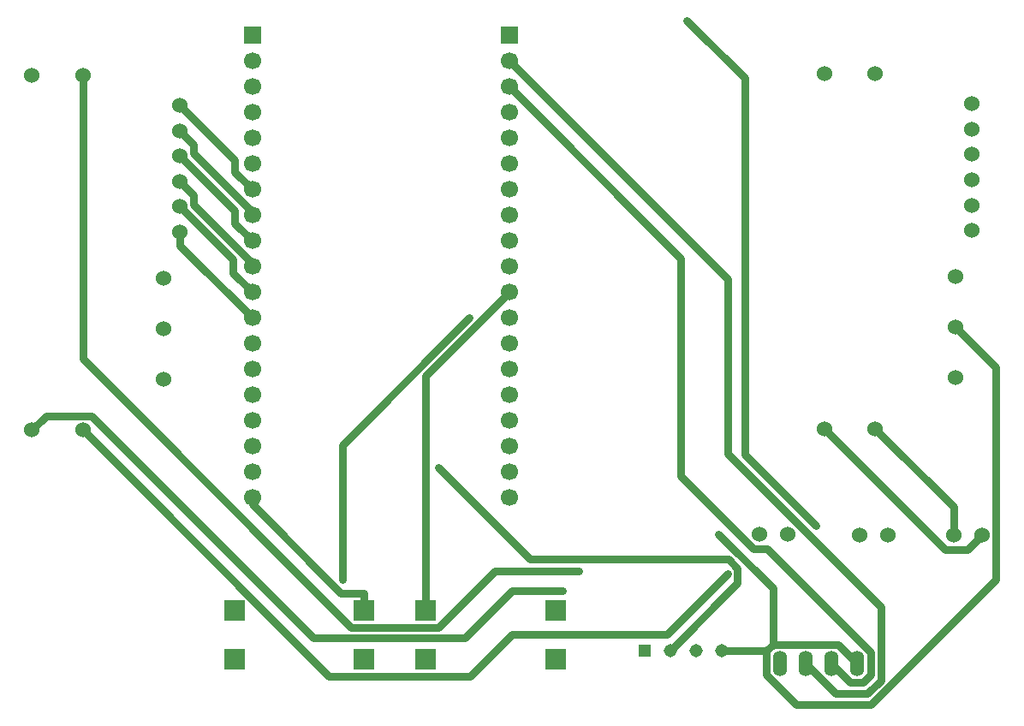
<source format=gbl>
G04 Layer: BottomLayer*
G04 EasyEDA v6.5.15, 2022-09-06 17:38:20*
G04 Gerber Generator version 0.2*
G04 Scale: 100 percent, Rotated: No, Reflected: No *
G04 Dimensions in millimeters *
G04 leading zeros omitted , absolute positions ,4 integer and 5 decimal *
%FSLAX45Y45*%
%MOMM*%

%ADD10C,0.7500*%
%ADD11R,1.3081X1.3081*%
%ADD12C,1.3081*%
%ADD13C,1.7000*%
%ADD14R,1.7000X1.7000*%
%ADD15C,1.5240*%
%ADD16R,2.0000X2.0000*%
%ADD17O,1.39954X2.51968*%
%ADD18C,0.6100*%

%LPD*%
D10*
X7111517Y-188950D02*
G01*
X7111517Y-13893D01*
X6006617Y928674D02*
G01*
X6006617Y865809D01*
X6886320Y-13893D01*
X7111517Y-13893D01*
X6895109Y118922D02*
G01*
X6895109Y1450847D01*
X8150936Y2706674D01*
X9237903Y208076D02*
G01*
X8406765Y208076D01*
X7847075Y-351612D01*
X6981850Y-351612D01*
X4329887Y2300351D01*
X4329887Y5109108D01*
X12941300Y558800D02*
G01*
X12941300Y837361D01*
X12165304Y1613357D01*
X5289905Y3559098D02*
G01*
X5289905Y3423386D01*
X6006617Y2706674D01*
X5289905Y3809111D02*
G01*
X5816701Y3282314D01*
X5816701Y3150590D01*
X6006617Y2960674D01*
X5289905Y4059097D02*
G01*
X5428792Y3920210D01*
X5428792Y3824782D01*
X6006617Y3246958D01*
X6006617Y3214674D01*
X5289905Y4309110D02*
G01*
X5832830Y3766185D01*
X5832830Y3642461D01*
X6006617Y3468674D01*
X5289905Y4559096D02*
G01*
X5428792Y4420209D01*
X5428792Y4333214D01*
X6006617Y3755389D01*
X6006617Y3722674D01*
X5289905Y4809109D02*
G01*
X5833059Y4265955D01*
X5833059Y4150232D01*
X6006617Y3976674D01*
X7721117Y-188950D02*
G01*
X7721117Y2135174D01*
X8546617Y2960674D01*
X11480317Y-709650D02*
G01*
X11779656Y-1008989D01*
X12090857Y-1008989D01*
X12222937Y-876909D01*
X12222937Y-152019D01*
X10705414Y1365504D01*
X10705414Y3087878D01*
X8546617Y5246674D01*
X13220700Y558800D02*
G01*
X13081279Y419379D01*
X12859283Y419379D01*
X11665305Y1613357D01*
X7847202Y1231798D02*
G01*
X8755811Y323189D01*
X10714913Y323189D01*
X10806379Y231724D01*
X10806379Y83312D01*
X10140416Y-582650D01*
X11734317Y-709650D02*
G01*
X11923801Y-899134D01*
X12043841Y-899134D01*
X12121591Y-821385D01*
X12121591Y-597077D01*
X11101146Y423367D01*
X10964138Y423367D01*
X10241889Y1145616D01*
X10241889Y3297402D01*
X8546617Y4992674D01*
X10305364Y5648350D02*
G01*
X10876000Y5077713D01*
X10876000Y1358772D01*
X11582628Y652145D01*
X3829888Y1599107D02*
G01*
X3968775Y1737995D01*
X4414748Y1737995D01*
X6607530Y-454787D01*
X8113725Y-454787D01*
X8578722Y10210D01*
X9076740Y10210D01*
X4329887Y1599107D02*
G01*
X6763232Y-834237D01*
X8160461Y-834237D01*
X8574709Y-419988D01*
X10103865Y-419988D01*
X10706176Y182321D01*
X11091519Y-582650D02*
G01*
X10648416Y-582650D01*
X12965328Y2613355D02*
G01*
X13359587Y2219096D01*
X13359587Y118059D01*
X12121667Y-1119860D01*
X11390122Y-1119860D01*
X11091519Y-821258D01*
X11091519Y-582650D01*
X11091519Y-582650D02*
G01*
X11154003Y-520166D01*
X11154003Y-520166D02*
G01*
X11798833Y-520166D01*
X11988317Y-709650D01*
X11154003Y-520166D02*
G01*
X11154003Y30581D01*
X10612983Y571601D01*
D11*
G01*
X9886414Y-582650D03*
D12*
G01*
X10140414Y-582650D03*
G01*
X10394414Y-582650D03*
G01*
X10648414Y-582650D03*
D13*
G01*
X8546614Y5246662D03*
G01*
X8546614Y4992662D03*
G01*
X8546614Y4738662D03*
G01*
X8546614Y4484662D03*
G01*
X8546614Y4230662D03*
G01*
X8546614Y3976662D03*
G01*
X8546614Y3722662D03*
G01*
X8546614Y3468662D03*
G01*
X8546614Y3214662D03*
G01*
X8546614Y2960662D03*
G01*
X8546614Y2706662D03*
G01*
X8546614Y2452662D03*
G01*
X8546614Y2198662D03*
G01*
X8546614Y1944662D03*
G01*
X8546614Y1690662D03*
G01*
X6006614Y4992662D03*
G01*
X6006614Y4738662D03*
G01*
X6006614Y4484662D03*
G01*
X6006614Y4230662D03*
G01*
X6006614Y3976662D03*
G01*
X6006614Y3722662D03*
G01*
X6006614Y3468662D03*
G01*
X6006614Y3214662D03*
G01*
X6006614Y2960662D03*
G01*
X6006614Y2706662D03*
G01*
X6006614Y2452662D03*
G01*
X6006614Y2198662D03*
G01*
X6006614Y1944662D03*
G01*
X6006614Y1690662D03*
G01*
X6006614Y5246662D03*
G01*
X8546614Y1436662D03*
G01*
X8546614Y1182662D03*
D14*
G01*
X8546614Y5500636D03*
G01*
X6006614Y5500636D03*
D13*
G01*
X6006614Y1436662D03*
G01*
X6006614Y1182662D03*
G01*
X8546614Y928662D03*
G01*
X6006614Y928662D03*
D15*
G01*
X4329887Y5109108D03*
G01*
X3829888Y5109108D03*
G01*
X4329887Y1599107D03*
G01*
X3829888Y1599107D03*
G01*
X5129911Y2099106D03*
G01*
X5129911Y2599105D03*
G01*
X5129911Y3099104D03*
G01*
X5289905Y4809109D03*
G01*
X5289905Y4559096D03*
G01*
X5289905Y4309110D03*
G01*
X5289905Y4059097D03*
G01*
X5289905Y3809111D03*
G01*
X5289905Y3559098D03*
G01*
X12165302Y5123357D03*
G01*
X11665303Y5123357D03*
G01*
X12165302Y1613357D03*
G01*
X11665303Y1613357D03*
G01*
X12965325Y2113356D03*
G01*
X12965325Y2613355D03*
G01*
X12965325Y3113354D03*
G01*
X13125320Y4823358D03*
G01*
X13125320Y4573346D03*
G01*
X13125320Y4323359D03*
G01*
X13125320Y4073347D03*
G01*
X13125320Y3823360D03*
G01*
X13125320Y3573348D03*
G01*
X11303000Y571500D03*
G01*
X11023600Y571500D03*
G01*
X12293600Y558800D03*
G01*
X12014200Y558800D03*
G01*
X13220700Y558800D03*
G01*
X12941300Y558800D03*
D16*
G01*
X7111514Y-671550D03*
G01*
X7111514Y-188950D03*
G01*
X5828814Y-188950D03*
G01*
X5828814Y-671550D03*
G01*
X9003814Y-671550D03*
G01*
X9003814Y-188950D03*
G01*
X7721114Y-188950D03*
G01*
X7721114Y-671550D03*
D17*
G01*
X11226314Y-709650D03*
G01*
X11480314Y-709650D03*
G01*
X11734314Y-709650D03*
G01*
X11988314Y-709650D03*
D18*
G01*
X10612983Y571601D03*
G01*
X10706176Y182321D03*
G01*
X9076740Y10210D03*
G01*
X11582628Y652145D03*
G01*
X10305364Y5648350D03*
G01*
X7847202Y1231798D03*
G01*
X9237903Y208076D03*
G01*
X6895109Y118922D03*
G01*
X8150936Y2706674D03*
M02*

</source>
